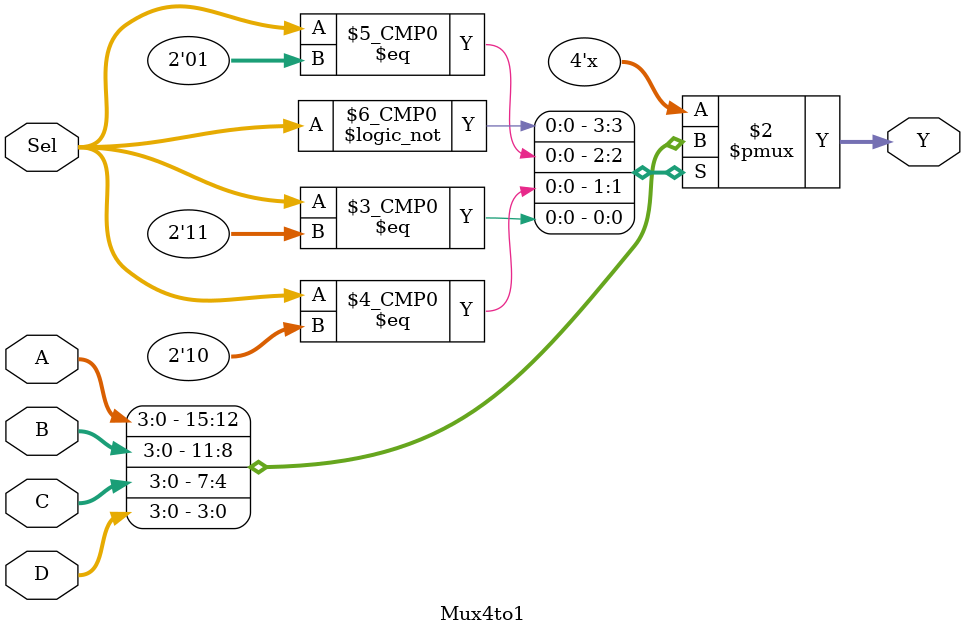
<source format=v>
`timescale 1ns / 1ps
module Mux4to1(A, B, C, D, Sel, Y);
	//inputs
	input [3:0] A;
	input [3:0] B;
	input [3:0] C;
	input [3:0] D;
	input [1:0] Sel;
	//Outputs	 
	output [3:0] Y;
	//Register the outputs
	reg [3:0] Y;
	//Constant declaration
	parameter S0 = 2'b00;
	parameter S1 = 2'b01;
	parameter S2 = 2'b10;
	parameter S3 = 2'b11;


/*	//Sequential implementation v1
	always @(Sel or A or B or C or D)
	begin
				  if (Sel == 2'b00) begin
						Y = A;
			end
			else if (Sel == 2'b01) begin
						Y = B;
			end
			else if (Sel == 2'b10) begin
						Y = C;
			end
			else begin
						Y=D;
			end
				
	end*/
		//Sequential implementation v2
	/*always @(Sel or A or B or C or D)
	begin
				  if (Sel == 2'b00)
						Y = A;
			else if (Sel == 2'b01) 
						Y = B;
			else if (Sel == 2'b10) 
						Y = C;
			else 
						Y=D;			
	end*/
			/*//Sequential implementation v3 with CASE
	always @(Sel or A or B or C or D)
	begin
				 
   case (Sel)
      2'b00  : begin
                 Y=A;
               end
      2'b01  : begin
                  Y=B;
               end
      2'b10  : begin
                  Y=C;
               end
      2'b11  : begin
                  Y=D;
               end
      default: begin
                  Y=A;
               end
   endcase
	end*/
	
	//Sequential implementation v4 with CASE
	always @(Sel or A or B or C or D)
	begin
				 
   case (Sel)
      S0  : Y=A;         
      S1  : Y=B;
      S2  : Y=C;
      S3  : Y=D;        
     /* default: Y = A;*/
		endcase
	end
endmodule

</source>
